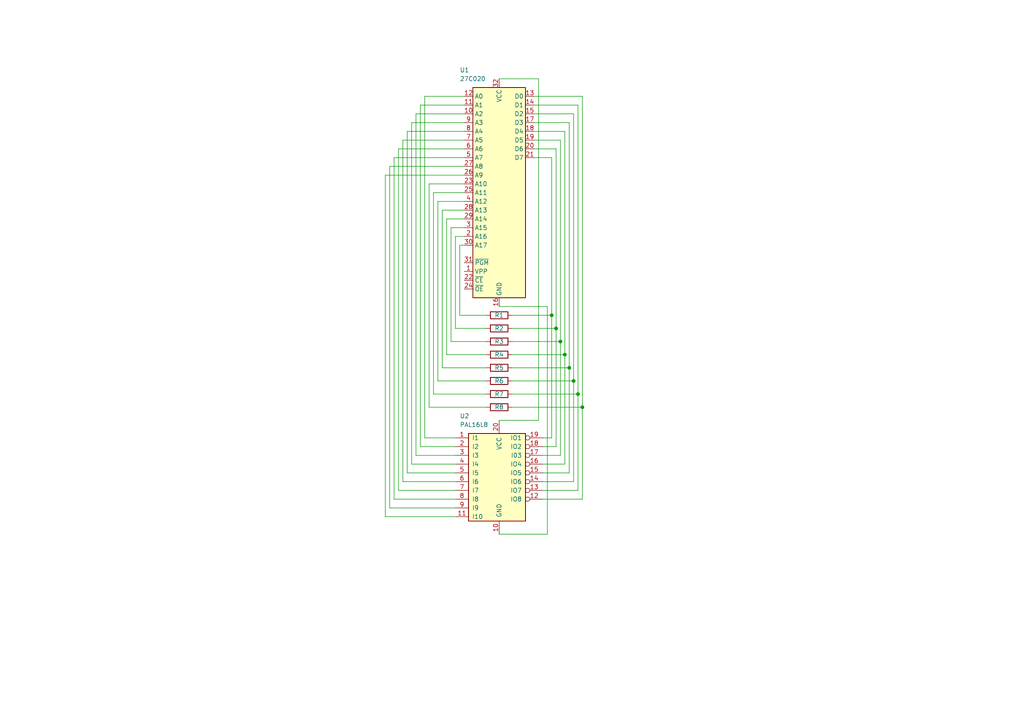
<source format=kicad_sch>
(kicad_sch (version 20230121) (generator eeschema)
  (paper "A4")
  (title_block (title "palrvs v1.2 - Shared under CERN-OHL-P-2.0"))
  (lib_symbols
    (symbol "Device:R" (pin_numbers hide) (pin_names (offset 0))
      (property "Reference" "R" (at 2.032 0 90))
      (property "Value" "R" (at 0 0 90))
      (symbol "R_0_1"
        (rectangle (start -1.016 -2.54) (end 1.016 2.54) (stroke (width 0.254)))
      )
      (symbol "R_1_1"
        (pin passive line (at 0 3.81 270) (length 1.27) (name "~") (number "1"))
        (pin passive line (at 0 -3.81 90) (length 1.27) (name "~") (number "2"))
      )
    )
    (symbol "Logic_Programmable:PAL16L8" (pin_names (offset 1.016))
      (property "Reference" "U" (at -8.89 16.51 0))
      (property "Value" "PAL16L8" (at 1.27 16.51 0))
      (symbol "PAL16L8_0_0"
        (pin power_in line (at 0 -15.24 90) (length 3.81) (name "GND") (number "10"))
        (pin power_in line (at 0 17.78 270) (length 3.81) (name "VCC") (number "20"))
      )
      (symbol "PAL16L8_0_1"
        (rectangle (start -8.89 13.97) (end 7.62 -11.43) (stroke (width 0.254)) (fill (type background)))
      )
      (symbol "PAL16L8_1_1"
        (pin input line (at -12.7 12.7 0) (length 3.81) (name "I1") (number "1"))
        (pin input line (at -12.7 -10.16 0) (length 3.81) (name "I10") (number "11"))
        (pin tri_state inverted (at 12.7 -5.08 180) (length 5.08) (name "IO8") (number "12"))
        (pin tri_state inverted (at 12.7 -2.54 180) (length 5.08) (name "IO7") (number "13"))
        (pin tri_state inverted (at 12.7 0 180) (length 5.08) (name "IO6") (number "14"))
        (pin tri_state inverted (at 12.7 2.54 180) (length 5.08) (name "IO5") (number "15"))
        (pin tri_state inverted (at 12.7 5.08 180) (length 5.08) (name "IO4") (number "16"))
        (pin tri_state inverted (at 12.7 7.62 180) (length 5.08) (name "I03") (number "17"))
        (pin tri_state inverted (at 12.7 10.16 180) (length 5.08) (name "IO2") (number "18"))
        (pin tri_state inverted (at 12.7 12.7 180) (length 5.08) (name "IO1") (number "19"))
        (pin input line (at -12.7 10.16 0) (length 3.81) (name "I2") (number "2"))
        (pin input line (at -12.7 7.62 0) (length 3.81) (name "I3") (number "3"))
        (pin input line (at -12.7 5.08 0) (length 3.81) (name "I4") (number "4"))
        (pin input line (at -12.7 2.54 0) (length 3.81) (name "I5") (number "5"))
        (pin input line (at -12.7 0 0) (length 3.81) (name "I6") (number "6"))
        (pin input line (at -12.7 -2.54 0) (length 3.81) (name "I7") (number "7"))
        (pin input line (at -12.7 -5.08 0) (length 3.81) (name "I8") (number "8"))
        (pin input line (at -12.7 -7.62 0) (length 3.81) (name "I9") (number "9"))
      )
    )
    (symbol "Memory_EPROM:27C020"
      (property "Reference" "U" (at -7.62 31.75 0))
      (property "Value" "27C020" (at 2.54 -31.75 0))
      (symbol "27C020_1_1"
        (rectangle (start -7.62 30.48) (end 7.62 -30.48) (stroke (width 0.254)) (fill (type background)))
        (pin input line (at -10.16 -22.86 0) (length 2.54) (name "VPP") (number "1"))
        (pin input line (at -10.16 22.86 0) (length 2.54) (name "A2") (number "10"))
        (pin input line (at -10.16 25.4 0) (length 2.54) (name "A1") (number "11"))
        (pin input line (at -10.16 27.94 0) (length 2.54) (name "A0") (number "12"))
        (pin tri_state line (at 10.16 27.94 180) (length 2.54) (name "D0") (number "13"))
        (pin tri_state line (at 10.16 25.4 180) (length 2.54) (name "D1") (number "14"))
        (pin tri_state line (at 10.16 22.86 180) (length 2.54) (name "D2") (number "15"))
        (pin power_in line (at 0 -33.02 90) (length 2.54) (name "GND") (number "16"))
        (pin tri_state line (at 10.16 20.32 180) (length 2.54) (name "D3") (number "17"))
        (pin tri_state line (at 10.16 17.78 180) (length 2.54) (name "D4") (number "18"))
        (pin tri_state line (at 10.16 15.24 180) (length 2.54) (name "D5") (number "19"))
        (pin input line (at -10.16 -12.7 0) (length 2.54) (name "A16") (number "2"))
        (pin tri_state line (at 10.16 12.7 180) (length 2.54) (name "D6") (number "20"))
        (pin tri_state line (at 10.16 10.16 180) (length 2.54) (name "D7") (number "21"))
        (pin input line (at -10.16 -25.4 0) (length 2.54) (name "~{CE}") (number "22"))
        (pin input line (at -10.16 2.54 0) (length 2.54) (name "A10") (number "23"))
        (pin input line (at -10.16 -27.94 0) (length 2.54) (name "~{OE}") (number "24"))
        (pin input line (at -10.16 0 0) (length 2.54) (name "A11") (number "25"))
        (pin input line (at -10.16 5.08 0) (length 2.54) (name "A9") (number "26"))
        (pin input line (at -10.16 7.62 0) (length 2.54) (name "A8") (number "27"))
        (pin input line (at -10.16 -5.08 0) (length 2.54) (name "A13") (number "28"))
        (pin input line (at -10.16 -7.62 0) (length 2.54) (name "A14") (number "29"))
        (pin input line (at -10.16 -10.16 0) (length 2.54) (name "A15") (number "3"))
        (pin input line (at -10.16 -15.24 0) (length 2.54) (name "A17") (number "30"))
        (pin input line (at -10.16 -20.32 0) (length 2.54) (name "~{PGM}") (number "31"))
        (pin power_in line (at 0 33.02 270) (length 2.54) (name "VCC") (number "32"))
        (pin input line (at -10.16 -2.54 0) (length 2.54) (name "A12") (number "4"))
        (pin input line (at -10.16 10.16 0) (length 2.54) (name "A7") (number "5"))
        (pin input line (at -10.16 12.7 0) (length 2.54) (name "A6") (number "6"))
        (pin input line (at -10.16 15.24 0) (length 2.54) (name "A5") (number "7"))
        (pin input line (at -10.16 17.78 0) (length 2.54) (name "A4") (number "8"))
        (pin input line (at -10.16 20.32 0) (length 2.54) (name "A3") (number "9"))
      )
    )
  )
  (junction (at 167.64 114.3))
  (junction (at 165.1 106.68))
  (junction (at 162.56 99.06))
  (junction (at 168.91 118.11))
  (junction (at 160.02 91.44))
  (junction (at 163.83 102.87))
  (junction (at 166.37 110.49))
  (junction (at 161.29 95.25))
  (wire (pts (xy 115.57 142.24) (xy 132.08 142.24)))
  (wire (pts (xy 163.83 134.62) (xy 157.48 134.62)))
  (wire (pts (xy 162.56 99.06) (xy 162.56 132.08)))
  (wire (pts (xy 154.94 38.1) (xy 163.83 38.1)))
  (wire (pts (xy 116.84 139.7) (xy 132.08 139.7)))
  (wire (pts (xy 165.1 106.68) (xy 165.1 137.16)))
  (wire (pts (xy 130.81 66.04) (xy 130.81 99.06)))
  (wire (pts (xy 156.21 22.86) (xy 156.21 121.92)))
  (wire (pts (xy 154.94 27.94) (xy 168.91 27.94)))
  (wire (pts (xy 148.59 106.68) (xy 165.1 106.68)))
  (wire (pts (xy 168.91 27.94) (xy 168.91 118.11)))
  (wire (pts (xy 133.35 71.12) (xy 133.35 91.44)))
  (wire (pts (xy 154.94 40.64) (xy 162.56 40.64)))
  (wire (pts (xy 161.29 129.54) (xy 157.48 129.54)))
  (wire (pts (xy 144.78 88.9) (xy 158.75 88.9)))
  (wire (pts (xy 132.08 68.58) (xy 132.08 95.25)))
  (wire (pts (xy 118.11 38.1) (xy 118.11 137.16)))
  (wire (pts (xy 154.94 35.56) (xy 165.1 35.56)))
  (wire (pts (xy 160.02 127) (xy 157.48 127)))
  (wire (pts (xy 148.59 95.25) (xy 161.29 95.25)))
  (wire (pts (xy 134.62 55.88) (xy 125.73 55.88)))
  (wire (pts (xy 123.19 27.94) (xy 123.19 127)))
  (wire (pts (xy 111.76 149.86) (xy 132.08 149.86)))
  (wire (pts (xy 111.76 50.8) (xy 111.76 149.86)))
  (wire (pts (xy 144.78 154.94) (xy 158.75 154.94)))
  (wire (pts (xy 165.1 35.56) (xy 165.1 106.68)))
  (wire (pts (xy 125.73 55.88) (xy 125.73 114.3)))
  (wire (pts (xy 134.62 33.02) (xy 120.65 33.02)))
  (wire (pts (xy 162.56 40.64) (xy 162.56 99.06)))
  (wire (pts (xy 118.11 137.16) (xy 132.08 137.16)))
  (wire (pts (xy 148.59 91.44) (xy 160.02 91.44)))
  (wire (pts (xy 161.29 43.18) (xy 161.29 95.25)))
  (wire (pts (xy 144.78 22.86) (xy 156.21 22.86)))
  (wire (pts (xy 134.62 40.64) (xy 116.84 40.64)))
  (wire (pts (xy 166.37 139.7) (xy 157.48 139.7)))
  (wire (pts (xy 116.84 40.64) (xy 116.84 139.7)))
  (wire (pts (xy 168.91 118.11) (xy 168.91 144.78)))
  (wire (pts (xy 113.03 48.26) (xy 113.03 147.32)))
  (wire (pts (xy 160.02 45.72) (xy 160.02 91.44)))
  (wire (pts (xy 114.3 144.78) (xy 132.08 144.78)))
  (wire (pts (xy 134.62 50.8) (xy 111.76 50.8)))
  (wire (pts (xy 148.59 110.49) (xy 166.37 110.49)))
  (wire (pts (xy 132.08 95.25) (xy 140.97 95.25)))
  (wire (pts (xy 120.65 132.08) (xy 132.08 132.08)))
  (wire (pts (xy 148.59 114.3) (xy 167.64 114.3)))
  (wire (pts (xy 128.27 106.68) (xy 140.97 106.68)))
  (wire (pts (xy 120.65 33.02) (xy 120.65 132.08)))
  (wire (pts (xy 114.3 45.72) (xy 114.3 144.78)))
  (wire (pts (xy 134.62 48.26) (xy 113.03 48.26)))
  (wire (pts (xy 148.59 99.06) (xy 162.56 99.06)))
  (wire (pts (xy 163.83 102.87) (xy 163.83 134.62)))
  (wire (pts (xy 134.62 53.34) (xy 124.46 53.34)))
  (wire (pts (xy 154.94 45.72) (xy 160.02 45.72)))
  (wire (pts (xy 165.1 137.16) (xy 157.48 137.16)))
  (wire (pts (xy 128.27 60.96) (xy 128.27 106.68)))
  (wire (pts (xy 148.59 102.87) (xy 163.83 102.87)))
  (wire (pts (xy 134.62 63.5) (xy 129.54 63.5)))
  (wire (pts (xy 124.46 118.11) (xy 140.97 118.11)))
  (wire (pts (xy 119.38 35.56) (xy 119.38 134.62)))
  (wire (pts (xy 134.62 58.42) (xy 127 58.42)))
  (wire (pts (xy 134.62 38.1) (xy 118.11 38.1)))
  (wire (pts (xy 134.62 68.58) (xy 132.08 68.58)))
  (wire (pts (xy 134.62 27.94) (xy 123.19 27.94)))
  (wire (pts (xy 134.62 45.72) (xy 114.3 45.72)))
  (wire (pts (xy 123.19 127) (xy 132.08 127)))
  (wire (pts (xy 160.02 91.44) (xy 160.02 127)))
  (wire (pts (xy 161.29 95.25) (xy 161.29 129.54)))
  (wire (pts (xy 125.73 114.3) (xy 140.97 114.3)))
  (wire (pts (xy 129.54 102.87) (xy 140.97 102.87)))
  (wire (pts (xy 163.83 38.1) (xy 163.83 102.87)))
  (wire (pts (xy 115.57 43.18) (xy 115.57 142.24)))
  (wire (pts (xy 133.35 91.44) (xy 140.97 91.44)))
  (wire (pts (xy 124.46 53.34) (xy 124.46 118.11)))
  (wire (pts (xy 134.62 30.48) (xy 121.92 30.48)))
  (wire (pts (xy 144.78 121.92) (xy 156.21 121.92)))
  (wire (pts (xy 134.62 71.12) (xy 133.35 71.12)))
  (wire (pts (xy 154.94 43.18) (xy 161.29 43.18)))
  (wire (pts (xy 127 110.49) (xy 140.97 110.49)))
  (wire (pts (xy 134.62 66.04) (xy 130.81 66.04)))
  (wire (pts (xy 113.03 147.32) (xy 132.08 147.32)))
  (wire (pts (xy 166.37 33.02) (xy 166.37 110.49)))
  (wire (pts (xy 127 58.42) (xy 127 110.49)))
  (wire (pts (xy 134.62 43.18) (xy 115.57 43.18)))
  (wire (pts (xy 119.38 134.62) (xy 132.08 134.62)))
  (wire (pts (xy 158.75 88.9) (xy 158.75 154.94)))
  (wire (pts (xy 154.94 33.02) (xy 166.37 33.02)))
  (wire (pts (xy 129.54 63.5) (xy 129.54 102.87)))
  (wire (pts (xy 166.37 110.49) (xy 166.37 139.7)))
  (wire (pts (xy 121.92 30.48) (xy 121.92 129.54)))
  (wire (pts (xy 162.56 132.08) (xy 157.48 132.08)))
  (wire (pts (xy 167.64 30.48) (xy 167.64 114.3)))
  (wire (pts (xy 121.92 129.54) (xy 132.08 129.54)))
  (wire (pts (xy 167.64 142.24) (xy 157.48 142.24)))
  (wire (pts (xy 130.81 99.06) (xy 140.97 99.06)))
  (wire (pts (xy 154.94 30.48) (xy 167.64 30.48)))
  (wire (pts (xy 167.64 114.3) (xy 167.64 142.24)))
  (wire (pts (xy 148.59 118.11) (xy 168.91 118.11)))
  (wire (pts (xy 168.91 144.78) (xy 157.48 144.78)))
  (wire (pts (xy 134.62 35.56) (xy 119.38 35.56)))
  (wire (pts (xy 134.62 60.96) (xy 128.27 60.96)))
  (symbol (lib_id "Device:R") (at 144.78 95.25 90) (unit 1)
    (property "Reference" "R2" (at 144.78 95.25 90))
    (property "Value" "4k7" (effects hide))
    (property "Footprint" "Resistor_THT:R_Axial_DIN0207_L6.3mm_D2.5mm_P7.62mm_Horizontal" (effects hide))
  )
  (symbol (lib_id "Device:R") (at 144.78 91.44 90) (unit 1)
    (property "Reference" "R1" (at 144.78 91.44 90))
    (property "Value" "4k7" (effects hide))
    (property "Footprint" "Resistor_THT:R_Axial_DIN0207_L6.3mm_D2.5mm_P7.62mm_Horizontal" (effects hide))
  )
  (symbol (lib_id "Device:R") (at 144.78 118.11 90) (unit 1)
    (property "Reference" "R8" (at 144.78 118.11 90))
    (property "Value" "4k7" (effects hide))
    (property "Footprint" "Resistor_THT:R_Axial_DIN0207_L6.3mm_D2.5mm_P7.62mm_Horizontal" (effects hide))
  )
  (symbol (lib_id "Device:R") (at 144.78 110.49 90) (unit 1)
    (property "Reference" "R6" (at 144.78 110.49 90))
    (property "Value" "4k7" (effects hide))
    (property "Footprint" "Resistor_THT:R_Axial_DIN0207_L6.3mm_D2.5mm_P7.62mm_Horizontal" (effects hide))
  )
  (symbol (lib_id "Logic_Programmable:PAL16L8") (at 144.78 139.7 0) (unit 1)
    (property "Reference" "U2" (at 133.35 120.65 0) (effects (justify left)))
    (property "Value" "PAL16L8" (at 133.35 123.19 0) (effects (justify left)))
    (property "Footprint" "palrvs:ZIF-20_W7.62mm_Socket" (effects hide))
  )
  (symbol (lib_id "Device:R") (at 144.78 106.68 90) (unit 1)
    (property "Reference" "R5" (at 144.78 106.68 90))
    (property "Value" "4k7" (effects hide))
    (property "Footprint" "Resistor_THT:R_Axial_DIN0207_L6.3mm_D2.5mm_P7.62mm_Horizontal" (effects hide))
  )
  (symbol (lib_id "Device:R") (at 144.78 114.3 90) (unit 1)
    (property "Reference" "R7" (at 144.78 114.3 90))
    (property "Value" "4k7" (effects hide))
    (property "Footprint" "Resistor_THT:R_Axial_DIN0207_L6.3mm_D2.5mm_P7.62mm_Horizontal" (effects hide))
  )
  (symbol (lib_id "Memory_EPROM:27C020") (at 144.78 55.88 0) (unit 1)
    (property "Reference" "U1" (at 133.35 20.32 0) (effects (justify left)))
    (property "Value" "27C020" (at 133.35 22.86 0) (effects (justify left)))
    (property "Footprint" "palrvs:Mirrored_DIP-32_W15.24mm" (effects hide))
    (property "Datasheet" "http://ww1.microchip.com/downloads/en/devicedoc/doc0570.pdf" (effects hide))
  )
  (symbol (lib_id "Device:R") (at 144.78 99.06 90) (unit 1)
    (property "Reference" "R3" (at 144.78 99.06 90))
    (property "Value" "4k7" (effects hide))
    (property "Footprint" "Resistor_THT:R_Axial_DIN0207_L6.3mm_D2.5mm_P7.62mm_Horizontal" (effects hide))
  )
  (symbol (lib_id "Device:R") (at 144.78 102.87 90) (unit 1)
    (property "Reference" "R4" (at 144.78 102.87 90))
    (property "Value" "4k7" (effects hide))
    (property "Footprint" "Resistor_THT:R_Axial_DIN0207_L6.3mm_D2.5mm_P7.62mm_Horizontal" (effects hide))
  )
)
</source>
